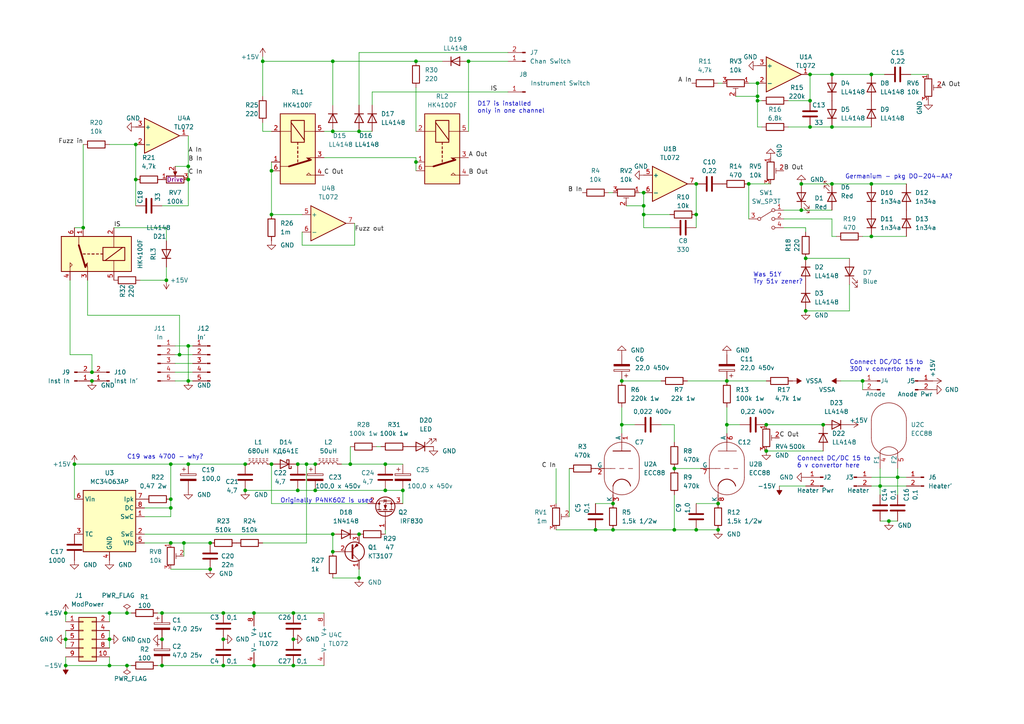
<source format=kicad_sch>
(kicad_sch (version 20211123) (generator eeschema)
  (paper "A4")
  (junction (at 19.05 193.04))
  (junction (at 91.44 142.24))
  (junction (at 86.36 142.24))
  (junction (at 120.65 46.99))
  (junction (at 26.67 107.95))
  (junction (at 49.53 134.62))
  (junction (at 52.07 102.87))
  (junction (at 54.61 52.07))
  (junction (at 111.76 142.24))
  (junction (at 31.75 177.8))
  (junction (at 241.3 36.83))
  (junction (at 195.58 135.89))
  (junction (at 54.61 110.49))
  (junction (at 78.74 134.62))
  (junction (at 73.66 193.04))
  (junction (at 36.83 193.04))
  (junction (at 210.82 110.49))
  (junction (at 186.69 59.69))
  (junction (at 180.34 110.49))
  (junction (at 49.53 157.48))
  (junction (at 255.27 140.97))
  (junction (at 54.61 134.62))
  (junction (at 86.36 134.62))
  (junction (at 234.95 36.83))
  (junction (at 36.83 177.8))
  (junction (at 31.75 185.42))
  (junction (at 250.19 110.49))
  (junction (at 49.53 144.78))
  (junction (at 76.2 17.78))
  (junction (at 21.59 134.62))
  (junction (at 26.67 110.49))
  (junction (at 252.73 53.34))
  (junction (at 96.52 160.02))
  (junction (at 234.95 29.21))
  (junction (at 201.93 153.67))
  (junction (at 219.71 29.21))
  (junction (at 252.73 21.59))
  (junction (at 135.89 17.78))
  (junction (at 64.77 177.8))
  (junction (at 49.53 147.32))
  (junction (at 234.95 21.59))
  (junction (at 104.14 154.94))
  (junction (at 78.74 49.53))
  (junction (at 219.71 24.13))
  (junction (at 54.61 100.33))
  (junction (at 64.77 185.42))
  (junction (at 104.14 38.1))
  (junction (at 252.73 68.58))
  (junction (at 233.68 74.93))
  (junction (at 85.09 185.42))
  (junction (at 201.93 62.23))
  (junction (at 53.34 157.48))
  (junction (at 71.12 142.24))
  (junction (at 71.12 134.62))
  (junction (at 31.75 193.04))
  (junction (at 64.77 193.04))
  (junction (at 73.66 177.8))
  (junction (at 24.13 66.04))
  (junction (at 60.96 165.1))
  (junction (at 85.09 193.04))
  (junction (at 201.93 53.34))
  (junction (at 210.82 123.19))
  (junction (at 222.25 123.19))
  (junction (at 217.17 53.34))
  (junction (at 46.99 193.04))
  (junction (at 120.65 17.78))
  (junction (at 39.37 52.07))
  (junction (at 195.58 153.67))
  (junction (at 232.41 60.96))
  (junction (at 241.3 53.34))
  (junction (at 85.09 177.8))
  (junction (at 186.69 55.88))
  (junction (at 241.3 21.59))
  (junction (at 222.25 130.81))
  (junction (at 39.37 41.91))
  (junction (at 232.41 53.34))
  (junction (at 111.76 134.62))
  (junction (at 54.61 48.26))
  (junction (at 180.34 123.19))
  (junction (at 233.68 90.17))
  (junction (at 208.28 146.05))
  (junction (at 101.6 134.62))
  (junction (at 88.9 134.62))
  (junction (at 78.74 62.23))
  (junction (at 48.26 81.28))
  (junction (at 219.71 27.94))
  (junction (at 60.96 157.48))
  (junction (at 91.44 134.62))
  (junction (at 19.05 185.42))
  (junction (at 177.8 146.05))
  (junction (at 172.72 153.67))
  (junction (at 96.52 38.1))
  (junction (at 46.99 185.42))
  (junction (at 46.99 177.8))
  (junction (at 96.52 17.78))
  (junction (at 96.52 154.94))
  (junction (at 19.05 177.8))
  (junction (at 104.14 167.64))
  (junction (at 116.84 142.24))
  (junction (at 238.76 123.19))
  (junction (at 260.35 138.43))
  (junction (at 186.69 62.23))
  (junction (at 257.81 151.13))
  (junction (at 208.28 153.67))
  (junction (at 177.8 153.67))
  (wire (pts (xy 36.83 193.04) (xy 38.1 193.04)))
  (wire (pts (xy 19.05 190.5) (xy 19.05 193.04)))
  (wire (pts (xy 25.4 91.44) (xy 52.07 91.44)))
  (wire (pts (xy 233.68 66.04) (xy 233.68 67.31)))
  (wire (pts (xy 252.73 21.59) (xy 256.54 21.59)))
  (wire (pts (xy 64.77 177.8) (xy 73.66 177.8)))
  (wire (pts (xy 45.72 177.8) (xy 46.99 177.8)))
  (wire (pts (xy 52.07 102.87) (xy 55.88 102.87)))
  (wire (pts (xy 41.91 157.48) (xy 49.53 157.48)))
  (wire (pts (xy 26.67 102.87) (xy 26.67 107.95)))
  (wire (pts (xy 54.61 110.49) (xy 55.88 110.49)))
  (wire (pts (xy 54.61 59.69) (xy 54.61 52.07)))
  (wire (pts (xy 234.95 21.59) (xy 234.95 29.21)))
  (wire (pts (xy 19.05 185.42) (xy 19.05 187.96)))
  (wire (pts (xy 208.28 24.13) (xy 209.55 24.13)))
  (wire (pts (xy 87.63 67.31) (xy 87.63 71.12)))
  (wire (pts (xy 76.2 157.48) (xy 88.9 157.48)))
  (wire (pts (xy 120.65 25.4) (xy 120.65 38.1)))
  (wire (pts (xy 227.33 66.04) (xy 233.68 66.04)))
  (wire (pts (xy 255.27 151.13) (xy 257.81 151.13)))
  (wire (pts (xy 20.32 81.28) (xy 20.32 102.87)))
  (wire (pts (xy 257.81 151.13) (xy 260.35 151.13)))
  (wire (pts (xy 93.98 45.72) (xy 120.65 45.72)))
  (wire (pts (xy 76.2 16.51) (xy 76.2 17.78)))
  (wire (pts (xy 186.69 59.69) (xy 186.69 55.88)))
  (wire (pts (xy 78.74 146.05) (xy 78.74 134.62)))
  (wire (pts (xy 78.74 46.99) (xy 78.74 49.53)))
  (wire (pts (xy 232.41 53.34) (xy 241.3 53.34)))
  (wire (pts (xy 194.31 62.23) (xy 186.69 62.23)))
  (wire (pts (xy 36.83 177.8) (xy 38.1 177.8)))
  (wire (pts (xy 217.17 53.34) (xy 217.17 63.5)))
  (wire (pts (xy 260.35 138.43) (xy 262.89 138.43)))
  (wire (pts (xy 48.26 69.85) (xy 48.26 66.04)))
  (wire (pts (xy 161.29 146.05) (xy 161.29 135.89)))
  (wire (pts (xy 50.8 48.26) (xy 54.61 48.26)))
  (wire (pts (xy 213.36 27.94) (xy 219.71 27.94)))
  (wire (pts (xy 195.58 128.27) (xy 195.58 123.19)))
  (wire (pts (xy 241.3 21.59) (xy 252.73 21.59)))
  (wire (pts (xy 111.76 134.62) (xy 116.84 134.62)))
  (wire (pts (xy 227.33 63.5) (xy 241.3 63.5)))
  (wire (pts (xy 76.2 38.1) (xy 76.2 35.56)))
  (wire (pts (xy 255.27 140.97) (xy 262.89 140.97)))
  (wire (pts (xy 41.91 147.32) (xy 49.53 147.32)))
  (wire (pts (xy 85.09 193.04) (xy 93.98 193.04)))
  (wire (pts (xy 41.91 149.86) (xy 49.53 149.86)))
  (wire (pts (xy 54.61 134.62) (xy 71.12 134.62)))
  (wire (pts (xy 260.35 135.89) (xy 260.35 138.43)))
  (wire (pts (xy 104.14 30.48) (xy 104.14 15.24)))
  (wire (pts (xy 227.33 60.96) (xy 232.41 60.96)))
  (wire (pts (xy 201.93 62.23) (xy 201.93 66.04)))
  (wire (pts (xy 78.74 49.53) (xy 78.74 62.23)))
  (wire (pts (xy 39.37 41.91) (xy 39.37 52.07)))
  (wire (pts (xy 104.14 38.1) (xy 107.95 38.1)))
  (wire (pts (xy 50.8 100.33) (xy 54.61 100.33)))
  (wire (pts (xy 106.68 146.05) (xy 78.74 146.05)))
  (wire (pts (xy 19.05 182.88) (xy 19.05 185.42)))
  (wire (pts (xy 219.71 27.94) (xy 219.71 24.13)))
  (wire (pts (xy 176.53 55.88) (xy 177.8 55.88)))
  (wire (pts (xy 48.26 66.04) (xy 33.02 66.04)))
  (wire (pts (xy 19.05 177.8) (xy 31.75 177.8)))
  (wire (pts (xy 64.77 193.04) (xy 73.66 193.04)))
  (wire (pts (xy 24.13 41.91) (xy 24.13 66.04)))
  (wire (pts (xy 54.61 48.26) (xy 54.61 52.07)))
  (wire (pts (xy 20.32 102.87) (xy 26.67 102.87)))
  (wire (pts (xy 19.05 180.34) (xy 19.05 177.8)))
  (wire (pts (xy 147.32 17.78) (xy 135.89 17.78)))
  (wire (pts (xy 194.31 66.04) (xy 186.69 66.04)))
  (wire (pts (xy 201.93 146.05) (xy 208.28 146.05)))
  (wire (pts (xy 219.71 36.83) (xy 219.71 29.21)))
  (wire (pts (xy 54.61 100.33) (xy 54.61 110.49)))
  (wire (pts (xy 78.74 62.23) (xy 87.63 62.23)))
  (wire (pts (xy 232.41 60.96) (xy 241.3 60.96)))
  (wire (pts (xy 252.73 53.34) (xy 262.89 53.34)))
  (wire (pts (xy 49.53 134.62) (xy 54.61 134.62)))
  (wire (pts (xy 31.75 177.8) (xy 36.83 177.8)))
  (wire (pts (xy 172.72 146.05) (xy 177.8 146.05)))
  (wire (pts (xy 87.63 71.12) (xy 102.87 71.12)))
  (wire (pts (xy 76.2 17.78) (xy 76.2 27.94)))
  (wire (pts (xy 54.61 39.37) (xy 54.61 48.26)))
  (wire (pts (xy 210.82 110.49) (xy 222.25 110.49)))
  (wire (pts (xy 223.52 53.34) (xy 217.17 53.34)))
  (wire (pts (xy 220.98 29.21) (xy 219.71 29.21)))
  (wire (pts (xy 264.16 21.59) (xy 269.24 21.59)))
  (wire (pts (xy 53.34 157.48) (xy 53.34 161.29)))
  (wire (pts (xy 250.19 110.49) (xy 250.19 113.03)))
  (wire (pts (xy 195.58 143.51) (xy 195.58 153.67)))
  (wire (pts (xy 96.52 154.94) (xy 96.52 160.02)))
  (wire (pts (xy 109.22 129.54) (xy 110.49 129.54)))
  (wire (pts (xy 96.52 17.78) (xy 120.65 17.78)))
  (wire (pts (xy 39.37 52.07) (xy 39.37 59.69)))
  (wire (pts (xy 52.07 91.44) (xy 52.07 102.87)))
  (wire (pts (xy 252.73 138.43) (xy 260.35 138.43)))
  (wire (pts (xy 49.53 165.1) (xy 60.96 165.1)))
  (wire (pts (xy 241.3 68.58) (xy 242.57 68.58)))
  (wire (pts (xy 260.35 138.43) (xy 260.35 143.51)))
  (wire (pts (xy 165.1 135.89) (xy 165.1 149.86)))
  (wire (pts (xy 111.76 142.24) (xy 116.84 142.24)))
  (wire (pts (xy 246.38 90.17) (xy 233.68 90.17)))
  (wire (pts (xy 31.75 182.88) (xy 31.75 185.42)))
  (wire (pts (xy 246.38 82.55) (xy 246.38 90.17)))
  (wire (pts (xy 172.72 153.67) (xy 177.8 153.67)))
  (wire (pts (xy 25.4 81.28) (xy 25.4 91.44)))
  (wire (pts (xy 96.52 17.78) (xy 96.52 30.48)))
  (wire (pts (xy 233.68 74.93) (xy 246.38 74.93)))
  (wire (pts (xy 86.36 134.62) (xy 88.9 134.62)))
  (wire (pts (xy 21.59 66.04) (xy 24.13 66.04)))
  (wire (pts (xy 49.53 149.86) (xy 49.53 147.32)))
  (wire (pts (xy 180.34 123.19) (xy 180.34 125.73)))
  (wire (pts (xy 210.82 123.19) (xy 210.82 125.73)))
  (wire (pts (xy 55.88 100.33) (xy 54.61 100.33)))
  (wire (pts (xy 111.76 153.67) (xy 111.76 154.94)))
  (wire (pts (xy 107.95 30.48) (xy 107.95 26.67)))
  (wire (pts (xy 255.27 135.89) (xy 255.27 140.97)))
  (wire (pts (xy 46.99 177.8) (xy 64.77 177.8)))
  (wire (pts (xy 93.98 38.1) (xy 96.52 38.1)))
  (wire (pts (xy 40.64 81.28) (xy 48.26 81.28)))
  (wire (pts (xy 252.73 140.97) (xy 255.27 140.97)))
  (wire (pts (xy 104.14 167.64) (xy 104.14 165.1)))
  (wire (pts (xy 31.75 193.04) (xy 31.75 190.5)))
  (wire (pts (xy 101.6 129.54) (xy 101.6 134.62)))
  (wire (pts (xy 49.53 147.32) (xy 49.53 144.78)))
  (wire (pts (xy 241.3 53.34) (xy 252.73 53.34)))
  (wire (pts (xy 46.99 193.04) (xy 64.77 193.04)))
  (wire (pts (xy 210.82 123.19) (xy 214.63 123.19)))
  (wire (pts (xy 201.93 153.67) (xy 208.28 153.67)))
  (wire (pts (xy 31.75 185.42) (xy 31.75 187.96)))
  (wire (pts (xy 228.6 29.21) (xy 234.95 29.21)))
  (wire (pts (xy 50.8 110.49) (xy 54.61 110.49)))
  (wire (pts (xy 50.8 105.41) (xy 55.88 105.41)))
  (wire (pts (xy 48.26 81.28) (xy 48.26 77.47)))
  (wire (pts (xy 195.58 153.67) (xy 201.93 153.67)))
  (wire (pts (xy 120.65 45.72) (xy 120.65 46.99)))
  (wire (pts (xy 41.91 154.94) (xy 96.52 154.94)))
  (wire (pts (xy 199.39 110.49) (xy 210.82 110.49)))
  (wire (pts (xy 222.25 130.81) (xy 238.76 130.81)))
  (wire (pts (xy 96.52 167.64) (xy 104.14 167.64)))
  (wire (pts (xy 220.98 36.83) (xy 219.71 36.83)))
  (wire (pts (xy 217.17 24.13) (xy 219.71 24.13)))
  (wire (pts (xy 86.36 142.24) (xy 91.44 142.24)))
  (wire (pts (xy 49.53 134.62) (xy 49.53 144.78)))
  (wire (pts (xy 31.75 177.8) (xy 31.75 180.34)))
  (wire (pts (xy 78.74 38.1) (xy 76.2 38.1)))
  (wire (pts (xy 252.73 68.58) (xy 262.89 68.58)))
  (wire (pts (xy 210.82 118.11) (xy 210.82 123.19)))
  (wire (pts (xy 31.75 193.04) (xy 36.83 193.04)))
  (wire (pts (xy 96.52 38.1) (xy 104.14 38.1)))
  (wire (pts (xy 185.42 55.88) (xy 186.69 55.88)))
  (wire (pts (xy 250.19 68.58) (xy 252.73 68.58)))
  (wire (pts (xy 88.9 134.62) (xy 91.44 134.62)))
  (wire (pts (xy 104.14 15.24) (xy 147.32 15.24)))
  (wire (pts (xy 107.95 26.67) (xy 147.32 26.67)))
  (wire (pts (xy 195.58 123.19) (xy 191.77 123.19)))
  (wire (pts (xy 241.3 36.83) (xy 252.73 36.83)))
  (wire (pts (xy 45.72 193.04) (xy 46.99 193.04)))
  (wire (pts (xy 234.95 36.83) (xy 241.3 36.83)))
  (wire (pts (xy 120.65 46.99) (xy 120.65 49.53)))
  (wire (pts (xy 120.65 17.78) (xy 128.27 17.78)))
  (wire (pts (xy 180.34 110.49) (xy 191.77 110.49)))
  (wire (pts (xy 177.8 153.67) (xy 195.58 153.67)))
  (wire (pts (xy 180.34 123.19) (xy 184.15 123.19)))
  (wire (pts (xy 50.8 102.87) (xy 52.07 102.87)))
  (wire (pts (xy 201.93 53.34) (xy 201.93 62.23)))
  (wire (pts (xy 88.9 157.48) (xy 88.9 134.62)))
  (wire (pts (xy 101.6 134.62) (xy 111.76 134.62)))
  (wire (pts (xy 255.27 140.97) (xy 255.27 143.51)))
  (wire (pts (xy 181.61 59.69) (xy 186.69 59.69)))
  (wire (pts (xy 76.2 17.78) (xy 96.52 17.78)))
  (wire (pts (xy 186.69 66.04) (xy 186.69 62.23)))
  (wire (pts (xy 226.06 140.97) (xy 233.68 140.97)))
  (wire (pts (xy 73.66 177.8) (xy 85.09 177.8)))
  (wire (pts (xy 219.71 29.21) (xy 219.71 27.94)))
  (wire (pts (xy 46.99 59.69) (xy 54.61 59.69)))
  (wire (pts (xy 243.84 110.49) (xy 250.19 110.49)))
  (wire (pts (xy 49.53 157.48) (xy 53.34 157.48)))
  (wire (pts (xy 241.3 63.5) (xy 241.3 68.58)))
  (wire (pts (xy 102.87 71.12) (xy 102.87 64.77)))
  (wire (pts (xy 135.89 17.78) (xy 135.89 38.1)))
  (wire (pts (xy 85.09 177.8) (xy 93.98 177.8)))
  (wire (pts (xy 31.75 41.91) (xy 39.37 41.91)))
  (wire (pts (xy 53.34 157.48) (xy 60.96 157.48)))
  (wire (pts (xy 21.59 134.62) (xy 49.53 134.62)))
  (wire (pts (xy 91.44 142.24) (xy 111.76 142.24)))
  (wire (pts (xy 19.05 193.04) (xy 31.75 193.04)))
  (wire (pts (xy 222.25 123.19) (xy 238.76 123.19)))
  (wire (pts (xy 73.66 193.04) (xy 85.09 193.04)))
  (wire (pts (xy 228.6 36.83) (xy 234.95 36.83)))
  (wire (pts (xy 195.58 135.89) (xy 203.2 135.89)))
  (wire (pts (xy 50.8 107.95) (xy 55.88 107.95)))
  (wire (pts (xy 21.59 144.78) (xy 21.59 134.62)))
  (wire (pts (xy 99.06 134.62) (xy 101.6 134.62)))
  (wire (pts (xy 186.69 62.23) (xy 186.69 59.69)))
  (wire (pts (xy 234.95 21.59) (xy 241.3 21.59)))
  (wire (pts (xy 180.34 118.11) (xy 180.34 123.19)))
  (wire (pts (xy 71.12 142.24) (xy 86.36 142.24)))
  (wire (pts (xy 161.29 153.67) (xy 172.72 153.67)))
  (wire (pts (xy 116.84 142.24) (xy 116.84 146.05)))
  (text "Connect DC/DC 15 to \n6 v convertor here" (at 231.14 135.89 0) (effects (font (size 1.27 1.27)) (justify left bottom)))
  (text "Was 51Y\nTry 51v zener?" (at 218.44 82.55 0) (effects (font (size 1.27 1.27)) (justify left bottom)))
  (text "Connect DC/DC 15 to \n300 v convertor here" (at 246.38 107.95 0) (effects (font (size 1.27 1.27)) (justify left bottom)))
  (text "C19 was 4700 - why?" (at 36.83 133.35 0) (effects (font (size 1.27 1.27)) (justify left bottom)))
  (text "Germanium - pkg DO-204-AA?" (at 245.11 52.07 0) (effects (font (size 1.27 1.27)) (justify left bottom)))
  (text "D17 is installed\nonly in one channel" (at 138.43 33.02 0) (effects (font (size 1.27 1.27)) (justify left bottom)))
  (text "Originally P4NK60Z is used" (at 81.28 146.05 0) (effects (font (size 1.27 1.27)) (justify left bottom)))
  (label "A In" (at 54.61 44.45 0))
  (label "C In" (at 161.29 135.89 180))
  (label "IS" (at 142.24 26.67 0))
  (label "A In" (at 200.66 24.13 180))
  (label "B Out" (at 227.33 49.53 0))
  (label "IS" (at 33.02 66.04 0))
  (label "A Out" (at 135.89 45.72 0))
  (label "B Out" (at 135.89 50.8 0))
  (label "B In" (at 168.91 55.88 180))
  (label "Fuzz in" (at 24.13 41.91 180))
  (label "C Out" (at 226.06 127 0))
  (label "Fuzz out" (at 102.87 67.31 0))
  (label "B In" (at 54.61 46.99 0))
  (label "C In" (at 54.61 50.8 0))
  (label "C Out" (at 93.98 50.8 0))
  (label "A Out" (at 273.05 25.4 0))
  (symbol (lib_id "Device:LED") (at 232.41 57.15 90) (unit 1)
    (property "Reference" "D1" (at 236.22 57.4674 90) (effects (justify right)))
    (property "Value" "Red" (at 236.22 60.0074 90) (effects (justify right)))
    (property "Footprint" "LED_SMD:LED_1206_3216Metric_Pad1.42x1.75mm_HandSolder" (effects hide))
  )
  (symbol (lib_id "power:GND") (at 219.71 19.05 270) (unit 1)
    (property "Reference" "#PWR011" (effects hide))
    (property "Value" "GND" (at 219.71 16.51 90) (effects (justify right)))
  )
  (symbol (lib_id "Device:R_Potentiometer_Trim") (at 49.53 161.29 0) (unit 1)
    (property "Reference" "RV8" (at 46.99 160.0199 0) (effects (justify right)))
    (property "Value" "10k" (at 46.99 162.5599 0) (effects (justify right)))
    (property "Footprint" "Potentiometer_THT:Potentiometer_Runtron_RM-065_Vertical" (effects hide))
  )
  (symbol (lib_id "Diode:LL4148") (at 238.76 127 270) (unit 1)
    (property "Reference" "D22" (at 241.3 125.7299 90) (effects (justify left)))
    (property "Value" "LL4148" (at 241.3 128.2699 90) (effects (justify left)))
    (property "Footprint" "Diode_SMD:D_MiniMELF" (effects hide))
    (property "Datasheet" "http://www.vishay.com/docs/85557/ll4148.pdf" (effects hide))
  )
  (symbol (lib_id "Device:R_Potentiometer") (at 50.8 52.07 90) (unit 1)
    (property "Reference" "RV7" (at 50.8 55.88 90))
    (property "Value" "100k" (at 50.8 58.42 90))
    (property "Footprint" "Connector_PinHeader_2.54mm:PinHeader_1x03_P2.54mm_Vertical" (effects hide))
    (property "Label" "Drive" (at 50.8 52.07 90))
  )
  (symbol (lib_id "Diode:LL4148") (at 233.68 86.36 270) (unit 1)
    (property "Reference" "D3" (at 236.22 85.0899 90) (effects (justify left)))
    (property "Value" "LL4148" (at 236.22 87.6299 90) (effects (justify left)))
    (property "Footprint" "Diode_SMD:D_MiniMELF" (effects hide))
    (property "Datasheet" "http://www.vishay.com/docs/85557/ll4148.pdf" (effects hide))
  )
  (symbol (lib_id "Device:LED") (at 121.92 129.54 180) (unit 1)
    (property "Reference" "D20" (at 123.5075 121.92 0))
    (property "Value" "LED" (at 123.5075 124.46 0))
    (property "Footprint" "LED_SMD:LED_1206_3216Metric_Pad1.42x1.75mm_HandSolder" (effects hide))
  )
  (symbol (lib_id "power:VSSA") (at 229.87 110.49 270) (unit 1)
    (property "Reference" "#PWR015" (effects hide))
    (property "Value" "VSSA" (at 233.68 110.4899 90) (effects (justify left)))
  )
  (symbol (lib_id "Device:R") (at 72.39 157.48 90) (unit 1)
    (property "Reference" "R24" (at 72.39 151.13 90))
    (property "Value" "510k" (at 72.39 153.67 90))
    (property "Footprint" "Resistor_THT:R_Axial_DIN0309_L9.0mm_D3.2mm_P12.70mm_Horizontal" (effects hide))
  )
  (symbol (lib_id "Device:D") (at 262.89 57.15 270) (unit 1)
    (property "Reference" "D12" (at 265.43 55.8799 90) (effects (justify left)))
    (property "Value" "1n34a" (at 265.43 58.4199 90) (effects (justify left)))
    (property "Footprint" "Diode_THT:D_DO-34_SOD68_P2.54mm_Vertical_KathodeUp" (effects hide))
  )
  (symbol (lib_id "Device:C_Polarized") (at 91.44 138.43 0) (unit 1)
    (property "Reference" "C23" (at 95.25 138.43 0) (effects (justify left)))
    (property "Value" "100,0 x 450v" (at 91.44 140.97 0) (effects (justify left)))
    (property "Footprint" "Capacitor_THT:CP_Radial_D22.0mm_P10.00mm_SnapIn" (effects hide))
  )
  (symbol (lib_id "power:GND") (at 85.09 185.42 90) (unit 1)
    (property "Reference" "#PWR038" (effects hide))
    (property "Value" "GND" (at 92.71 185.42 90) (effects (justify left)))
  )
  (symbol (lib_id "Device:R") (at 96.52 163.83 0) (unit 1)
    (property "Reference" "R27" (at 90.17 162.56 0) (effects (justify left)))
    (property "Value" "1k" (at 90.17 165.1 0) (effects (justify left)))
    (property "Footprint" "Resistor_SMD:R_1206_3216Metric_Pad1.30x1.75mm_HandSolder" (effects hide))
  )
  (symbol (lib_id "power:GND") (at 21.59 162.56 0) (unit 1)
    (property "Reference" "#PWR025" (effects hide))
    (property "Value" "GND" (at 24.13 163.8299 0) (effects (justify left)))
  )
  (symbol (lib_id "power:-15V") (at 19.05 193.04 180) (unit 1)
    (property "Reference" "#PWR03" (effects hide))
    (property "Value" "-15V" (at 12.7 193.04 0) (effects (justify right)))
  )
  (symbol (lib_id "Device:C") (at 60.96 161.29 180) (unit 1)
    (property "Reference" "C20" (at 66.04 161.29 0))
    (property "Value" "22n" (at 66.04 163.83 0))
    (property "Footprint" "Capacitor_SMD:C_0805_2012Metric_Pad1.18x1.45mm_HandSolder" (effects hide))
  )
  (symbol (lib_id "Device:C_Polarized") (at 180.34 106.68 180) (unit 1)
    (property "Reference" "C6" (at 184.15 104.14 0) (effects (justify right)))
    (property "Value" "22,0 450v" (at 184.15 106.68 0) (effects (justify right)))
    (property "Footprint" "Capacitor_THT:CP_Radial_D13.0mm_P5.00mm" (effects hide))
  )
  (symbol (lib_id "Device:R") (at 36.83 81.28 270) (unit 1)
    (property "Reference" "R32" (at 35.56 86.36 0) (effects (justify right)))
    (property "Value" "220" (at 38.1 86.36 0) (effects (justify right)))
    (property "Footprint" "Resistor_SMD:R_1206_3216Metric_Pad1.30x1.75mm_HandSolder" (effects hide))
  )
  (symbol (lib_id "Device:R") (at 64.77 157.48 90) (unit 1)
    (property "Reference" "R23" (at 64.77 151.13 90))
    (property "Value" "510k" (at 64.77 153.67 90))
    (property "Footprint" "Resistor_THT:R_Axial_DIN0309_L9.0mm_D3.2mm_P12.70mm_Horizontal" (effects hide))
  )
  (symbol (lib_id "Device:R") (at 213.36 53.34 270) (unit 1)
    (property "Reference" "R14" (at 213.36 48.26 90))
    (property "Value" "470" (at 213.36 50.8 90))
    (property "Footprint" "Resistor_SMD:R_1206_3216Metric_Pad1.30x1.75mm_HandSolder" (effects hide))
  )
  (symbol (lib_id "power:GND") (at 26.67 110.49 0) (unit 1)
    (property "Reference" "#PWR035" (effects hide))
    (property "Value" "GND" (at 29.21 111.7599 0) (effects (justify left)))
  )
  (symbol (lib_id "Connector_Generic:Conn_02x05_Odd_Even") (at 24.13 185.42 0) (unit 1)
    (property "Reference" "J1" (at 22.86 172.72 0))
    (property "Value" "ModPower" (at 25.4 175.26 0))
    (property "Footprint" "Connector_PinHeader_2.54mm:PinHeader_2x05_P2.54mm_Vertical" (effects hide))
  )
  (symbol (lib_id "Device:LED") (at 246.38 78.74 90) (unit 1)
    (property "Reference" "D7" (at 250.19 79.0574 90) (effects (justify right)))
    (property "Value" "Blue" (at 250.19 81.5974 90) (effects (justify right)))
    (property "Footprint" "LED_THT:LED_D3.0mm" (effects hide))
  )
  (symbol (lib_id "Device:C") (at 198.12 66.04 270) (unit 1)
    (property "Reference" "C8" (at 198.12 69.85 90))
    (property "Value" "330" (at 198.12 72.39 90))
    (property "Footprint" "Capacitor_THT:C_Disc_D5.0mm_W2.5mm_P2.50mm" (effects hide))
  )
  (symbol (lib_id "Device:R") (at 168.91 135.89 270) (unit 1)
    (property "Reference" "R3" (at 168.91 129.54 90))
    (property "Value" "470k" (at 168.91 132.08 90))
    (property "Footprint" "Resistor_THT:R_Axial_DIN0309_L9.0mm_D3.2mm_P5.08mm_Vertical" (effects hide))
  )
  (symbol (lib_id "Device:R") (at 180.34 114.3 180) (unit 1)
    (property "Reference" "R6" (at 182.88 113.0299 0) (effects (justify right)))
    (property "Value" "220k 1w" (at 182.88 115.5699 0) (effects (justify right)))
    (property "Footprint" "Resistor_THT:R_Axial_DIN0309_L9.0mm_D3.2mm_P12.70mm_Horizontal" (effects hide))
  )
  (symbol (lib_id "Connector:Conn_01x02_Male") (at 31.75 110.49 180) (unit 1)
    (property "Reference" "J10" (at 33.02 107.9499 0) (effects (justify right)))
    (property "Value" "Inst In'" (at 33.02 110.4899 0) (effects (justify right)))
    (property "Footprint" "Connector_PinHeader_2.54mm:PinHeader_1x02_P2.54mm_Vertical" (effects hide))
  )
  (symbol (lib_id "Device:R") (at 78.74 66.04 180) (unit 1)
    (property "Reference" "R26" (at 81.28 64.7699 0) (effects (justify right)))
    (property "Value" "1m" (at 81.28 67.3099 0) (effects (justify right)))
    (property "Footprint" "Resistor_SMD:R_1206_3216Metric_Pad1.30x1.75mm_HandSolder" (effects hide))
  )
  (symbol (lib_id "power:GND") (at 31.75 185.42 90) (unit 1)
    (property "Reference" "#PWR04" (effects hide))
    (property "Value" "GND" (at 39.37 185.42 90) (effects (justify left)))
  )
  (symbol (lib_id "Device:R") (at 226.06 110.49 270) (unit 1)
    (property "Reference" "R17" (at 227.33 113.03 90))
    (property "Value" "4,7k 1w" (at 228.6 115.57 90))
    (property "Footprint" "Resistor_THT:R_Axial_DIN0309_L9.0mm_D3.2mm_P12.70mm_Horizontal" (effects hide))
  )
  (symbol (lib_id "Device:C") (at 172.72 149.86 180) (unit 1)
    (property "Reference" "C5" (at 167.64 147.32 90))
    (property "Value" "0,1" (at 170.18 147.32 90))
    (property "Footprint" "Capacitor_SMD:C_1206_3216Metric_Pad1.33x1.80mm_HandSolder" (effects hide))
  )
  (symbol (lib_id "power:+15V") (at 246.38 123.19 270) (unit 1)
    (property "Reference" "#PWR0101" (effects hide))
    (property "Value" "+15V" (at 246.38 121.92 90) (effects (justify left)))
  )
  (symbol (lib_id "power:+15V") (at 19.05 177.8 0) (unit 1)
    (property "Reference" "#PWR01" (effects hide))
    (property "Value" "+15V" (at 12.7 177.8 0) (effects (justify left)))
  )
  (symbol (lib_id "Device:R_Potentiometer_Trim") (at 222.25 127 0) (unit 1)
    (property "Reference" "RV4" (at 228.6 129.54 0) (effects (justify right)))
    (property "Value" "500k" (at 233.68 129.54 0) (effects (justify right)))
    (property "Footprint" "Potentiometer_THT:Potentiometer_Runtron_RM-065_Vertical" (effects hide))
  )
  (symbol (lib_id "Device:LED") (at 241.3 57.15 270) (unit 1)
    (property "Reference" "D6" (at 243.84 54.2924 90) (effects (justify left)))
    (property "Value" "Red" (at 243.84 56.8324 90) (effects (justify left)))
    (property "Footprint" "LED_SMD:LED_1206_3216Metric_Pad1.42x1.75mm_HandSolder" (effects hide))
  )
  (symbol (lib_id "Device:C") (at 21.59 158.75 180) (unit 1)
    (property "Reference" "C17" (at 16.51 160.02 0))
    (property "Value" "1000" (at 16.51 162.56 0))
    (property "Footprint" "Capacitor_SMD:C_0805_2012Metric_Pad1.18x1.45mm_HandSolder" (effects hide))
  )
  (symbol (lib_id "Device:R") (at 195.58 132.08 180) (unit 1)
    (property "Reference" "R8" (at 198.12 130.8099 0) (effects (justify right)))
    (property "Value" "470k" (at 198.12 133.3499 0) (effects (justify right)))
    (property "Footprint" "Resistor_THT:R_Axial_DIN0309_L9.0mm_D3.2mm_P12.70mm_Horizontal" (effects hide))
  )
  (symbol (lib_id "Connector:Conn_01x05_Male") (at 60.96 105.41 0) (mirror y) (unit 1)
    (property "Reference" "J12" (at 57.15 95.25 0) (effects (justify right)))
    (property "Value" "In'" (at 57.15 97.79 0) (effects (justify right)))
    (property "Footprint" "Connector_PinHeader_2.54mm:PinHeader_1x05_P2.54mm_Vertical" (effects hide))
  )
  (symbol (lib_id "Diode:LL4148") (at 241.3 25.4 90) (unit 1)
    (property "Reference" "D4" (at 243.84 24.1299 90) (effects (justify right)))
    (property "Value" "LL4148" (at 243.84 26.6699 90) (effects (justify right)))
    (property "Footprint" "Diode_SMD:D_MiniMELF" (effects hide))
    (property "Datasheet" "http://www.vishay.com/docs/85557/ll4148.pdf" (effects hide))
  )
  (symbol (lib_id "power:GND") (at 210.82 102.87 180) (unit 1)
    (property "Reference" "#PWR010" (effects hide))
    (property "Value" "GND" (at 213.36 101.5999 0) (effects (justify right)))
  )
  (symbol (lib_id "Device:Q_NMOS_GDS") (at 111.76 148.59 90) (unit 1)
    (property "Reference" "Q2" (at 116.84 148.59 90))
    (property "Value" "IRF830" (at 119.38 151.13 90))
    (property "Footprint" "Package_TO_SOT_THT:TO-220-3_Vertical" (effects hide))
  )
  (symbol (lib_id "Device:C") (at 255.27 147.32 180) (unit 1)
    (property "Reference" "C14" (at 256.54 143.51 90))
    (property "Value" "0,1" (at 259.08 143.51 90))
    (property "Footprint" "Capacitor_SMD:C_1206_3216Metric_Pad1.33x1.80mm_HandSolder" (effects hide))
  )
  (symbol (lib_id "Valve:ECC88") (at 180.34 135.89 0) (unit 1)
    (property "Reference" "U2" (at 186.69 134.6199 0) (effects (justify left)))
    (property "Value" "ECC88" (at 186.69 137.1599 0) (effects (justify left)))
    (property "Footprint" "Valve:Valve_Noval_P" (effects hide))
    (property "Datasheet" "http://www.r-type.org/pdfs/ecc88.pdf" (effects hide))
  )
  (symbol (lib_id "Device:C") (at 205.74 53.34 90) (unit 1)
    (property "Reference" "C10" (at 205.74 46.99 90))
    (property "Value" "0,22" (at 205.74 49.53 90))
    (property "Footprint" "Capacitor_SMD:C_0805_2012Metric_Pad1.18x1.45mm_HandSolder" (effects hide))
  )
  (symbol (lib_id "Device:C") (at 234.95 33.02 0) (unit 1)
    (property "Reference" "C13" (at 237.49 30.48 0))
    (property "Value" "33" (at 237.49 35.56 0))
    (property "Footprint" "Capacitor_THT:C_Disc_D5.0mm_W2.5mm_P2.50mm" (effects hide))
  )
  (symbol (lib_id "power:GND") (at 269.24 29.21 0) (unit 1)
    (property "Reference" "#PWR021" (effects hide))
    (property "Value" "GND" (at 266.7 29.21 90) (effects (justify right)))
  )
  (symbol (lib_id "Device:C") (at 260.35 21.59 90) (unit 1)
    (property "Reference" "C15" (at 260.35 15.24 90))
    (property "Value" "0,22" (at 260.35 17.78 90))
    (property "Footprint" "Capacitor_SMD:C_0805_2012Metric_Pad1.18x1.45mm_HandSolder" (effects hide))
  )
  (symbol (lib_id "Diode:LL4148") (at 242.57 123.19 180) (unit 1)
    (property "Reference" "D23" (at 242.57 116.84 0))
    (property "Value" "LL4148" (at 242.57 119.38 0))
    (property "Footprint" "Diode_SMD:D_MiniMELF" (effects hide))
    (property "Datasheet" "http://www.vishay.com/docs/85557/ll4148.pdf" (effects hide))
  )
  (symbol (lib_id "power:GND") (at 208.28 153.67 0) (unit 1)
    (property "Reference" "#PWR09" (effects hide))
    (property "Value" "GND" (at 210.82 154.9399 0) (effects (justify left)))
  )
  (symbol (lib_id "Device:R") (at 41.91 193.04 90) (unit 1)
    (property "Reference" "R2" (at 41.91 188.3242 90))
    (property "Value" "100" (at 41.91 190.8611 90))
    (property "Footprint" "Resistor_SMD:R_1206_3216Metric_Pad1.30x1.75mm_HandSolder" (effects hide))
  )
  (symbol (lib_id "Device:R") (at 45.72 144.78 90) (unit 1)
    (property "Reference" "R22" (at 45.72 138.43 90))
    (property "Value" "0,47 2w" (at 44.45 140.97 90))
    (property "Footprint" "Resistor_THT:R_Axial_DIN0309_L9.0mm_D3.2mm_P12.70mm_Horizontal" (effects hide))
  )
  (symbol (lib_id "Device:R") (at 233.68 71.12 0) (unit 1)
    (property "Reference" "R18" (at 228.6 71.12 90))
    (property "Value" "220" (at 231.14 71.12 90))
    (property "Footprint" "Resistor_SMD:R_1206_3216Metric_Pad1.30x1.75mm_HandSolder" (effects hide))
  )
  (symbol (lib_id "power:GND") (at 233.68 90.17 0) (unit 1)
    (property "Reference" "#PWR017" (effects hide))
    (property "Value" "GND" (at 236.22 91.4399 0) (effects (justify left)))
  )
  (symbol (lib_id "power:GND") (at 71.12 142.24 0) (unit 1)
    (property "Reference" "#PWR032" (effects hide))
    (property "Value" "GND" (at 73.66 143.5099 0) (effects (justify left)))
  )
  (symbol (lib_id "Device:C") (at 260.35 147.32 180) (unit 1)
    (property "Reference" "C16" (at 262.89 143.51 90))
    (property "Value" "0,1" (at 265.43 143.51 90))
    (property "Footprint" "Capacitor_SMD:C_1206_3216Metric_Pad1.33x1.80mm_HandSolder" (effects hide))
  )
  (symbol (lib_id "Connector:Conn_01x02_Male") (at 152.4 17.78 180) (unit 1)
    (property "Reference" "J7" (at 153.67 15.2399 0) (effects (justify right)))
    (property "Value" "Chan Switch" (at 153.67 17.7799 0) (effects (justify right)))
    (property "Footprint" "Connector_PinHeader_2.54mm:PinHeader_1x02_P2.54mm_Vertical" (effects hide))
  )
  (symbol (lib_id "power:VSSA") (at 243.84 110.49 90) (unit 1)
    (property "Reference" "#PWR019" (effects hide))
    (property "Value" "VSSA" (at 237.49 113.03 90) (effects (justify right)))
  )
  (symbol (lib_id "Amplifier_Operational:TL072") (at 96.52 185.42 0) (unit 3)
    (property "Reference" "U4" (at 95.25 184.1499 0) (effects (justify left)))
    (property "Value" "TL072" (at 95.25 186.6899 0) (effects (justify left)))
    (property "Footprint" "Capacitor_THT:CP_Radial_D22.0mm_P10.00mm_SnapIn" (effects hide))
    (property "Datasheet" "http://www.ti.com/lit/ds/symlink/tl071.pdf" (effects hide))
  )
  (symbol (lib_id "Diode:LL4148") (at 107.95 34.29 270) (unit 1)
    (property "Reference" "D17" (at 110.49 33.0199 90) (effects (justify left)))
    (property "Value" "LL4148" (at 110.49 35.5599 90) (effects (justify left)))
    (property "Footprint" "Diode_SMD:D_MiniMELF" (effects hide))
    (property "Datasheet" "http://www.vishay.com/docs/85557/ll4148.pdf" (effects hide))
  )
  (symbol (lib_id "Device:C_Polarized") (at 116.84 138.43 0) (unit 1)
    (property "Reference" "C25" (at 120.65 136.2709 0) (effects (justify left)))
    (property "Value" "100,0 x 450v" (at 118.11 140.97 0) (effects (justify left)))
    (property "Footprint" "Capacitor_THT:CP_Radial_D22.0mm_P10.00mm_SnapIn" (effects hide))
  )
  (symbol (lib_id "Device:C") (at 85.09 181.61 180) (unit 1)
    (property "Reference" "C26" (at 82.55 179.07 0))
    (property "Value" "0,1" (at 87.63 179.07 0))
    (property "Footprint" "Capacitor_SMD:C_1206_3216Metric_Pad1.33x1.80mm_HandSolder" (effects hide))
  )
  (symbol (lib_id "Device:C_Polarized") (at 54.61 138.43 0) (unit 1)
    (property "Reference" "C19" (at 58.42 136.2709 0) (effects (justify left)))
    (property "Value" "100,0" (at 58.42 138.8109 0) (effects (justify left)))
    (property "Footprint" "Capacitor_THT:CP_Radial_D10.0mm_P2.50mm_P5.00mm" (effects hide))
  )
  (symbol (lib_id "Device:R") (at 224.79 36.83 270) (unit 1)
    (property "Reference" "R16" (at 224.79 31.75 90))
    (property "Value" "6,8k" (at 224.79 34.29 90))
    (property "Footprint" "Resistor_SMD:R_1206_3216Metric_Pad1.30x1.75mm_HandSolder" (effects hide))
  )
  (symbol (lib_id "power:GND") (at 180.34 102.87 180) (unit 1)
    (property "Reference" "#PWR07" (effects hide))
    (property "Value" "GND" (at 182.88 101.5999 0) (effects (justify right)))
  )
  (symbol (lib_id "power:GND") (at 222.25 130.81 0) (unit 1)
    (property "Reference" "#PWR012" (effects hide))
    (property "Value" "GND" (at 224.79 132.0799 0) (effects (justify left)))
  )
  (symbol (lib_id "power:GND") (at 233.68 138.43 270) (unit 1)
    (property "Reference" "#PWR018" (effects hide))
    (property "Value" "GND" (at 226.06 138.43 90) (effects (justify left)))
  )
  (symbol (lib_id "Device:C") (at 187.96 123.19 270) (unit 1)
    (property "Reference" "C7" (at 185.42 128.27 90))
    (property "Value" "0,022 400v" (at 189.23 119.38 90))
    (property "Footprint" "Capacitor_THT:C_Rect_L7.0mm_W3.5mm_P5.00mm" (effects hide))
  )
  (symbol (lib_id "power:+15V") (at 76.2 16.51 0) (unit 1)
    (property "Reference" "#PWR030" (effects hide))
    (property "Value" "+15V" (at 69.85 16.51 0) (effects (justify left)))
  )
  (symbol (lib_id "Device:R") (at 172.72 55.88 270) (unit 1)
    (property "Reference" "R4" (at 172.72 49.53 90))
    (property "Value" "10k" (at 172.72 52.07 90))
    (property "Footprint" "Resistor_SMD:R_1206_3216Metric_Pad1.30x1.75mm_HandSolder" (effects hide))
  )
  (symbol (lib_id "Device:R") (at 210.82 114.3 180) (unit 1)
    (property "Reference" "R13" (at 213.36 113.0299 0) (effects (justify right)))
    (property "Value" "100k 1w" (at 213.36 115.5699 0) (effects (justify right)))
    (property "Footprint" "Resistor_THT:R_Axial_DIN0309_L9.0mm_D3.2mm_P12.70mm_Horizontal" (effects hide))
  )
  (symbol (lib_id "Device:R") (at 76.2 31.75 180) (unit 1)
    (property "Reference" "R25" (at 71.12 30.48 0) (effects (justify right)))
    (property "Value" "220" (at 71.12 33.02 0) (effects (justify right)))
    (property "Footprint" "Resistor_SMD:R_1206_3216Metric_Pad1.30x1.75mm_HandSolder" (effects hide))
  )
  (symbol (lib_id "Amplifier_Operational:TL072") (at 194.31 53.34 0) (unit 2)
    (property "Reference" "U1" (at 194.31 43.18 0))
    (property "Value" "TL072" (at 194.31 45.72 0))
    (property "Footprint" "Package_DIP:DIP-8_W7.62mm_LongPads" (effects hide))
    (property "Datasheet" "http://www.ti.com/lit/ds/symlink/tl071.pdf" (effects hide))
  )
  (symbol (lib_id "power:GND") (at 54.61 142.24 0) (unit 1)
    (property "Reference" "#PWR028" (effects hide))
    (property "Value" "GND" (at 57.15 143.5099 0) (effects (justify left)))
  )
  (symbol (lib_id "ussr_ic:HK4100F") (at 33.02 68.58 180) (unit 1)
    (property "Reference" "RL3" (at 44.45 73.66 90))
    (property "Value" "HK4100F" (at 40.64 73.66 90))
    (property "Footprint" "dz_lib:HK4100F" (effects hide))
  )
  (symbol (lib_id "power:GND") (at 31.75 162.56 0) (unit 1)
    (property "Reference" "#PWR027" (effects hide))
    (property "Value" "GND" (at 34.29 163.8299 0) (effects (justify left)))
  )
  (symbol (lib_id "Device:R") (at 43.18 52.07 270) (unit 1)
    (property "Reference" "R21" (at 43.18 45.72 90))
    (property "Value" "4,7k" (at 43.18 48.26 90))
    (property "Footprint" "Resistor_SMD:R_1206_3216Metric_Pad1.30x1.75mm_HandSolder" (effects hide))
  )
  (symbol (lib_id "power:+15V") (at 270.51 110.49 270) (unit 1)
    (property "Reference" "#PWR022" (effects hide))
    (property "Value" "+15V" (at 270.51 104.14 0) (effects (justify left)))
  )
  (symbol (lib_id "Device:R") (at 246.38 68.58 270) (unit 1)
    (property "Reference" "R19" (at 246.38 63.5 90))
    (property "Value" "470" (at 246.38 66.04 90))
    (property "Footprint" "Resistor_SMD:R_1206_3216Metric_Pad1.30x1.75mm_HandSolder" (effects hide))
  )
  (symbol (lib_id "Diode:LL4148") (at 96.52 34.29 270) (unit 1)
    (property "Reference" "D15" (at 96.52 39.37 90) (effects (justify left)))
    (property "Value" "LL4148" (at 95.25 41.91 90) (effects (justify left)))
    (property "Footprint" "Diode_SMD:D_MiniMELF" (effects hide))
    (property "Datasheet" "http://www.vishay.com/docs/85557/ll4148.pdf" (effects hide))
  )
  (symbol (lib_id "Device:D") (at 252.73 64.77 90) (unit 1)
    (property "Reference" "D11" (at 255.27 63.4999 90) (effects (justify right)))
    (property "Value" "1n34a" (at 255.27 66.0399 90) (effects (justify right)))
    (property "Footprint" "Diode_THT:D_DO-34_SOD68_P2.54mm_Vertical_KathodeUp" (effects hide))
  )
  (symbol (lib_id "Connector:Conn_01x05_Male") (at 45.72 105.41 0) (unit 1)
    (property "Reference" "J11" (at 46.355 95.25 0))
    (property "Value" "In" (at 46.355 97.79 0))
    (property "Footprint" "Connector_PinHeader_2.54mm:PinHeader_1x05_P2.54mm_Vertical" (effects hide))
  )
  (symbol (lib_id "Device:C_Polarized") (at 210.82 106.68 180) (unit 1)
    (property "Reference" "C11" (at 214.63 104.14 0) (effects (justify right)))
    (property "Value" "22,0 450v" (at 214.63 106.68 0) (effects (justify right)))
    (property "Footprint" "Capacitor_THT:CP_Radial_D13.0mm_P5.00mm" (effects hide))
  )
  (symbol (lib_id "Device:R") (at 177.8 149.86 180) (unit 1)
    (property "Reference" "R5" (at 180.34 148.5899 0) (effects (justify right)))
    (property "Value" "1,5k 1/2w" (at 180.34 151.1299 0) (effects (justify right)))
    (property "Footprint" "Resistor_THT:R_Axial_DIN0309_L9.0mm_D3.2mm_P5.08mm_Vertical" (effects hide))
  )
  (symbol (lib_id "Device:C") (at 111.76 138.43 180) (unit 1)
    (property "Reference" "C24" (at 106.68 137.16 0))
    (property "Value" "4,7" (at 106.68 139.7 0))
    (property "Footprint" "Capacitor_SMD:C_0805_2012Metric_Pad1.18x1.45mm_HandSolder" (effects hide))
  )
  (symbol (lib_id "power:GND") (at 104.14 167.64 0) (unit 1)
    (property "Reference" "#PWR033" (effects hide))
    (property "Value" "GND" (at 106.68 168.9099 0) (effects (justify left)))
  )
  (symbol (lib_id "Device:C") (at 86.36 138.43 180) (unit 1)
    (property "Reference" "C22" (at 81.28 137.16 0))
    (property "Value" "4,7" (at 81.28 139.7 0))
    (property "Footprint" "Capacitor_SMD:C_0805_2012Metric_Pad1.18x1.45mm_HandSolder" (effects hide))
  )
  (symbol (lib_id "Device:R") (at 204.47 24.13 270) (unit 1)
    (property "Reference" "R11" (at 204.47 17.78 90))
    (property "Value" "4,7k" (at 204.47 20.32 90))
    (property "Footprint" "Resistor_SMD:R_1206_3216Metric_Pad1.30x1.75mm_HandSolder" (effects hide))
  )
  (symbol (lib_id "Regulator_Switching:MC34063AP") (at 31.75 149.86 0) (unit 1)
    (property "Reference" "U3" (at 31.75 137.16 0))
    (property "Value" "MC34063AP" (at 31.75 139.7 0))
    (property "Footprint" "Package_DIP:DIP-8_W7.62mm" (effects hide))
    (property "Datasheet" "http://www.onsemi.com/pub_link/Collateral/MC34063A-D.PDF" (effects hide))
  )
  (symbol (lib_id "Connector:Conn_01x02_Male") (at 21.59 110.49 0) (mirror x) (unit 1)
    (property "Reference" "J9" (at 20.32 107.9499 0) (effects (justify right)))
    (property "Value" "Inst In" (at 20.32 110.4899 0) (effects (justify right)))
    (property "Footprint" "Connector_PinHeader_2.54mm:PinHeader_1x02_P2.54mm_Vertical" (effects hide))
  )
  (symbol (lib_id "Amplifier_Operational:TL072") (at 76.2 185.42 0) (unit 3)
    (property "Reference" "U1" (at 74.93 184.1499 0) (effects (justify left)))
    (property "Value" "TL072" (at 74.93 186.6899 0) (effects (justify left)))
    (property "Footprint" "Package_DIP:DIP-8_W7.62mm_LongPads" (effects hide))
    (property "Datasheet" "http://www.ti.com/lit/ds/symlink/tl071.pdf" (effects hide))
  )
  (symbol (lib_id "Device:R") (at 105.41 129.54 90) (unit 1)
    (property "Reference" "R28" (at 105.41 123.19 90))
    (property "Value" "100k 1w" (at 105.41 125.73 90))
    (property "Footprint" "Resistor_THT:R_Axial_DIN0309_L9.0mm_D3.2mm_P12.70mm_Horizontal" (effects hide))
  )
  (symbol (lib_id "Device:R") (at 208.28 149.86 180) (unit 1)
    (property "Reference" "R12" (at 210.82 148.5899 0) (effects (justify right)))
    (property "Value" "1,5k 1/2w" (at 210.82 151.1299 0) (effects (justify right)))
    (property "Footprint" "Resistor_THT:R_Axial_DIN0309_L9.0mm_D3.2mm_P5.08mm_Vertical" (effects hide))
  )
  (symbol (lib_id "Device:C") (at 201.93 149.86 180) (unit 1)
    (property "Reference" "C9" (at 196.85 147.32 90))
    (property "Value" "1,0" (at 199.39 147.32 90))
    (property "Footprint" "Capacitor_SMD:C_0805_2012Metric_Pad1.18x1.45mm_HandSolder" (effects hide))
  )
  (symbol (lib_id "Diode:LL4148") (at 132.08 17.78 0) (unit 1)
    (property "Reference" "D19" (at 132.08 11.43 0))
    (property "Value" "LL4148" (at 132.08 13.97 0))
    (property "Footprint" "Diode_SMD:D_MiniMELF" (effects hide))
    (property "Datasheet" "http://www.vishay.com/docs/85557/ll4148.pdf" (effects hide))
  )
  (symbol (lib_id "Diode:1N4148") (at 100.33 154.94 180) (unit 1)
    (property "Reference" "D18" (at 100.33 148.59 0))
    (property "Value" "1N4148" (at 100.33 151.13 0))
    (property "Footprint" "Diode_THT:D_DO-35_SOD27_P7.62mm_Horizontal" (effects hide))
    (property "Datasheet" "https://assets.nexperia.com/documents/data-sheet/1N4148_1N4448.pdf" (effects hide))
  )
  (symbol (lib_id "Device:R") (at 27.94 41.91 270) (unit 1)
    (property "Reference" "R20" (at 27.94 35.56 90))
    (property "Value" "10k" (at 27.94 38.1 90))
    (property "Footprint" "Resistor_SMD:R_1206_3216Metric_Pad1.30x1.75mm_HandSolder" (effects hide))
  )
  (symbol (lib_id "Device:R_Potentiometer_Trim") (at 213.36 24.13 270) (unit 1)
    (property "Reference" "RV3" (at 213.36 17.78 90))
    (property "Value" "10k" (at 213.36 20.32 90))
    (property "Footprint" "Potentiometer_THT:Potentiometer_Runtron_RM-065_Vertical" (effects hide))
  )
  (symbol (lib_id "power:GND") (at 223.52 45.72 180) (unit 1)
    (property "Reference" "#PWR013" (effects hide))
    (property "Value" "GND" (at 226.06 45.72 90) (effects (justify right)))
  )
  (symbol (lib_id "Device:R") (at 120.65 21.59 0) (unit 1)
    (property "Reference" "R30" (at 123.19 20.3199 0) (effects (justify left)))
    (property "Value" "220" (at 123.19 22.8599 0) (effects (justify left)))
    (property "Footprint" "Resistor_SMD:R_1206_3216Metric_Pad1.30x1.75mm_HandSolder" (effects hide))
  )
  (symbol (lib_id "Diode:LL4148") (at 48.26 73.66 90) (unit 1)
    (property "Reference" "D21" (at 48.26 68.58 90) (effects (justify left)))
    (property "Value" "LL4148" (at 49.53 66.04 90) (effects (justify left)))
    (property "Footprint" "Diode_SMD:D_MiniMELF" (effects hide))
    (property "Datasheet" "http://www.vishay.com/docs/85557/ll4148.pdf" (effects hide))
  )
  (symbol (lib_id "Device:C") (at 71.12 138.43 180) (unit 1)
    (property "Reference" "C21" (at 67.31 139.7 0))
    (property "Value" "4,7" (at 67.31 142.24 0))
    (property "Footprint" "Capacitor_SMD:C_0805_2012Metric_Pad1.18x1.45mm_HandSolder" (effects hide))
  )
  (symbol (lib_id "Diode:LL4148") (at 252.73 25.4 270) (unit 1)
    (property "Reference" "D8" (at 255.27 24.1299 90) (effects (justify left)))
    (property "Value" "LL4148" (at 255.27 26.6699 90) (effects (justify left)))
    (property "Footprint" "Diode_SMD:D_MiniMELF" (effects hide))
    (property "Datasheet" "http://www.vishay.com/docs/85557/ll4148.pdf" (effects hide))
  )
  (symbol (lib_id "Device:R") (at 41.91 177.8 90) (unit 1)
    (property "Reference" "R1" (at 41.91 173.0842 90))
    (property "Value" "100" (at 41.91 175.6211 90))
    (property "Footprint" "Resistor_SMD:R_1206_3216Metric_Pad1.30x1.75mm_HandSolder" (effects hide))
  )
  (symbol (lib_id "Device:L_Ferrite") (at 95.25 134.62 90) (unit 1)
    (property "Reference" "L2" (at 95.25 128.27 90))
    (property "Value" "50uH" (at 95.25 130.81 90))
    (property "Footprint" "Inductor_THT:L_Radial_D10.0mm_P5.00mm_Fastron_07M" (effects hide))
  )
  (symbol (lib_id "power:GND") (at 78.74 69.85 0) (unit 1)
    (property "Reference" "#PWR031" (effects hide))
    (property "Value" "GND" (at 81.28 71.1199 0) (effects (justify left)))
  )
  (symbol (lib_id "Diode:LL4148") (at 252.73 33.02 270) (unit 1)
    (property "Reference" "D9" (at 255.27 31.7499 90) (effects (justify left)))
    (property "Value" "LL4148" (at 255.27 34.2899 90) (effects (justify left)))
    (property "Footprint" "Diode_SMD:D_MiniMELF" (effects hide))
    (property "Datasheet" "http://www.vishay.com/docs/85557/ll4148.pdf" (effects hide))
  )
  (symbol (lib_id "Amplifier_Operational:TL072") (at 46.99 39.37 0) (unit 1)
    (property "Reference" "U4" (at 53.34 34.29 0))
    (property "Value" "TL072" (at 53.34 36.83 0))
    (property "Footprint" "Capacitor_THT:CP_Radial_D22.0mm_P10.00mm_SnapIn" (effects hide))
    (property "Datasheet" "http://www.ti.com/lit/ds/symlink/tl071.pdf" (effects hide))
  )
  (symbol (lib_id "Valve:ECC88") (at 210.82 135.89 0) (unit 2)
    (property "Reference" "U2" (at 217.17 134.6199 0) (effects (justify left)))
    (property "Value" "ECC88" (at 217.17 137.1599 0) (effects (justify left)))
    (property "Footprint" "Valve:Valve_Noval_P" (effects hide))
    (property "Datasheet" "http://www.r-type.org/pdfs/ecc88.pdf" (effects hide))
  )
  (symbol (lib_id "Device:R_Potentiometer_Trim") (at 161.29 149.86 0) (unit 1)
    (property "Reference" "RV1" (at 158.75 148.5899 0) (effects (justify right)))
    (property "Value" "1m" (at 158.75 151.1299 0) (effects (justify right)))
    (property "Footprint" "Potentiometer_THT:Potentiometer_Runtron_RM-065_Vertical" (effects hide))
  )
  (symbol (lib_id "Device:Q_PNP_CBE") (at 101.6 160.02 0) (mirror x) (unit 1)
    (property "Reference" "Q1" (at 106.68 158.7499 0) (effects (justify left)))
    (property "Value" "KT3107" (at 106.68 161.2899 0) (effects (justify left)))
    (property "Footprint" "Package_TO_SOT_THT:TO-92" (effects hide))
  )
  (symbol (lib_id "Connector:Conn_01x02_Male") (at 267.97 138.43 0) (mirror y) (unit 1)
    (property "Reference" "J6" (at 269.24 138.4299 0) (effects (justify right)))
    (property "Value" "Heater'" (at 269.24 140.9699 0) (effects (justify right)))
    (property "Footprint" "Connector_PinHeader_2.54mm:PinHeader_1x02_P2.54mm_Vertical" (effects hide))
  )
  (symbol (lib_id "Diode:LL4148") (at 104.14 34.29 270) (unit 1)
    (property "Reference" "D16" (at 104.14 39.37 90) (effects (justify left)))
    (property "Value" "LL4148" (at 102.87 41.91 90) (effects (justify left)))
    (property "Footprint" "Diode_SMD:D_MiniMELF" (effects hide))
    (property "Datasheet" "http://www.vishay.com/docs/85557/ll4148.pdf" (effects hide))
  )
  (symbol (lib_id "Device:C") (at 85.09 189.23 180) (unit 1)
    (property "Reference" "C27" (at 82.55 191.77 0))
    (property "Value" "0,1" (at 87.63 191.77 0))
    (property "Footprint" "Capacitor_SMD:C_1206_3216Metric_Pad1.33x1.80mm_HandSolder" (effects hide))
  )
  (symbol (lib_id "power:GND") (at 64.77 185.42 90) (unit 1)
    (property "Reference" "#PWR06" (effects hide))
    (property "Value" "GND" (at 72.39 185.42 90) (effects (justify left)))
  )
  (symbol (lib_id "Device:R_Potentiometer_Trim") (at 269.24 25.4 0) (unit 1)
    (property "Reference" "RV6" (at 266.7 24.1299 0) (effects (justify right)))
    (property "Value" "10k" (at 266.7 26.6699 0) (effects (justify right)))
    (property "Footprint" "Potentiometer_THT:Potentiometer_Runtron_RM-065_Vertical" (effects hide))
  )
  (symbol (lib_id "Device:R_Potentiometer_Trim") (at 223.52 49.53 0) (unit 1)
    (property "Reference" "RV5" (at 220.98 48.2599 0) (effects (justify right)))
    (property "Value" "10k" (at 220.98 50.7999 0) (effects (justify right)))
    (property "Footprint" "Potentiometer_THT:Potentiometer_Runtron_RM-065_Vertical" (effects hide))
  )
  (symbol (lib_id "Connector:Conn_01x02_Male") (at 238.76 138.43 0) (mirror y) (unit 1)
    (property "Reference" "J2" (at 238.76 138.43 0) (effects (justify right)))
    (property "Value" "Heater Pwr" (at 231.14 142.24 0) (effects (justify right)))
    (property "Footprint" "Connector_PinHeader_2.54mm:PinHeader_1x02_P2.54mm_Vertical" (effects hide))
  )
  (symbol (lib_id "power:GND") (at 46.99 185.42 270) (unit 1)
    (property "Reference" "#PWR05" (effects hide))
    (property "Value" "GND" (at 43.8151 185.8538 90) (effects (justify right)))
  )
  (symbol (lib_id "Device:C") (at 64.77 189.23 180) (unit 1)
    (property "Reference" "C4" (at 62.23 191.77 0))
    (property "Value" "0,1" (at 67.31 191.77 0))
    (property "Footprint" "Capacitor_SMD:C_1206_3216Metric_Pad1.33x1.80mm_HandSolder" (effects hide))
  )
  (symbol (lib_id "Diode:LL4148") (at 241.3 33.02 90) (unit 1)
    (property "Reference" "D5" (at 243.84 31.7499 90) (effects (justify right)))
    (property "Value" "LL4148" (at 243.84 34.2899 90) (effects (justify right)))
    (property "Footprint" "Diode_SMD:D_MiniMELF" (effects hide))
    (property "Datasheet" "http://www.vishay.com/docs/85557/ll4148.pdf" (effects hide))
  )
  (symbol (lib_id "Device:D_Schottky") (at 82.55 134.62 180) (unit 1)
    (property "Reference" "D14" (at 82.8675 128.27 0))
    (property "Value" "КД641Е" (at 82.8675 130.81 0))
    (property "Footprint" "Package_TO_SOT_THT:TO-220-2_Vertical" (effects hide))
  )
  (symbol (lib_id "power:+15V") (at 48.26 81.28 180) (unit 1)
    (property "Reference" "#PWR036" (effects hide))
    (property "Value" "+15V" (at 54.61 81.28 0) (effects (justify left)))
  )
  (symbol (lib_id "power:GND") (at 232.41 53.34 180) (unit 1)
    (property "Reference" "#PWR016" (effects hide))
    (property "Value" "GND" (at 234.95 52.0699 0) (effects (justify right)))
  )
  (symbol (lib_id "power:PWR_FLAG") (at 36.83 193.04 180) (unit 1)
    (property "Reference" "#FLG02" (effects hide))
    (property "Value" "PWR_FLAG" (at 33.02 196.85 0) (effects (justify right)))
  )
  (symbol (lib_id "ussr_ic:HK4100F") (at 81.28 38.1 270) (unit 1)
    (property "Reference" "RL1" (at 86.36 26.67 90))
    (property "Value" "HK4100F" (at 86.36 30.48 90))
    (property "Footprint" "dz_lib:HK4100F" (effects hide))
  )
  (symbol (lib_id "Device:C_Polarized") (at 46.99 189.23 0) (unit 1)
    (property "Reference" "C2" (at 49.911 187.5063 0) (effects (justify left)))
    (property "Value" "47,0 25v" (at 49.911 190.0432 0) (effects (justify left)))
    (property "Footprint" "Capacitor_THT:CP_Radial_D5.0mm_P2.50mm" (effects hide))
  )
  (symbol (lib_id "power:GND") (at 60.96 165.1 0) (unit 1)
    (property "Reference" "#PWR029" (effects hide))
    (property "Value" "GND" (at 63.5 166.3699 0) (effects (justify left)))
  )
  (symbol (lib_id "power:GND") (at 19.05 185.42 270) (unit 1)
    (property "Reference" "#PWR02" (effects hide))
    (property "Value" "GND" (at 11.43 185.42 90) (effects (justify left)))
  )
  (symbol (lib_id "Device:D") (at 262.89 64.77 270) (unit 1)
    (property "Reference" "D13" (at 265.43 63.4999 90) (effects (justify left)))
    (property "Value" "1n34a" (at 265.43 66.0399 90) (effects (justify left)))
    (property "Footprint" "Diode_THT:D_DO-34_SOD68_P2.54mm_Vertical_KathodeUp" (effects hide))
  )
  (symbol (lib_id "power:+15V") (at 21.59 134.62 0) (unit 1)
    (property "Reference" "#PWR024" (effects hide))
    (property "Value" "+15V" (at 15.24 134.62 0) (effects (justify left)))
  )
  (symbol (lib_id "power:-15V") (at 226.06 140.97 180) (unit 1)
    (property "Reference" "#PWR014" (effects hide))
    (property "Value" "-15V" (at 219.71 140.97 0) (effects (justify right)))
  )
  (symbol (lib_id "Device:R_Potentiometer_Trim") (at 181.61 55.88 270) (unit 1)
    (property "Reference" "RV2" (at 181.61 49.53 90))
    (property "Value" "10k" (at 181.61 52.07 90))
    (property "Footprint" "Potentiometer_THT:Potentiometer_Runtron_RM-065_Vertical" (effects hide))
  )
  (symbol (lib_id "Switch:SW_SP3T") (at 222.25 63.5 0) (unit 1)
    (property "Reference" "SW1" (at 222.25 55.88 0))
    (property "Value" "SW_SP3T" (at 222.25 58.42 0))
    (property "Footprint" "Connector_PinHeader_2.54mm:PinHeader_1x04_P2.54mm_Vertical" (effects hide))
  )
  (symbol (lib_id "power:GND") (at 186.69 50.8 270) (unit 1)
    (property "Reference" "#PWR08" (effects hide))
    (property "Value" "GND" (at 187.96 48.26 90) (effects (justify right)))
  )
  (symbol (lib_id "Device:R") (at 195.58 139.7 180) (unit 1)
    (property "Reference" "R9" (at 198.12 138.4299 0) (effects (justify right)))
    (property "Value" "470k" (at 198.12 140.9699 0) (effects (justify right)))
    (property "Footprint" "Resistor_THT:R_Axial_DIN0309_L9.0mm_D3.2mm_P5.08mm_Vertical" (effects hide))
  )
  (symbol (lib_id "Device:R") (at 107.95 154.94 90) (unit 1)
    (property "Reference" "R29" (at 113.03 156.21 90))
    (property "Value" "47" (at 113.03 158.75 90))
    (property "Footprint" "Resistor_SMD:R_1206_3216Metric_Pad1.30x1.75mm_HandSolder" (effects hide))
  )
  (symbol (lib_id "power:GND") (at 54.61 110.49 0) (unit 1)
    (property "Reference" "#PWR037" (effects hide))
    (property "Value" "GND" (at 57.15 111.7599 0) (effects (justify left)))
  )
  (symbol (lib_id "Connector:Conn_01x01_Male") (at 152.4 26.67 180) (unit 1)
    (property "Reference" "J8" (at 151.765 21.59 0))
    (property "Value" "Instrument Switch" (at 162.56 24.13 0))
    (property "Footprint" "Connector_PinHeader_2.54mm:PinHeader_1x01_P2.54mm_Vertical" (effects hide))
  )
  (symbol (lib_id "Connector:Conn_01x02_Male") (at 255.27 110.49 0) (mirror y) (unit 1)
    (property "Reference" "J4" (at 256.54 110.49 0))
    (property "Value" "Anode" (at 254 114.3 0))
    (property "Footprint" "Connector_PinHeader_2.54mm:PinHeader_1x02_P2.54mm_Vertical" (effects hide))
  )
  (symbol (lib_id "Device:L_Ferrite") (at 74.93 134.62 90) (unit 1)
    (property "Reference" "L1" (at 74.93 128.27 90))
    (property "Value" "680uH" (at 74.93 130.81 90))
    (property "Footprint" "Inductor_THT:L_Radial_D10.0mm_P5.00mm_Fastron_07M" (effects hide))
  )
  (symbol (lib_id "power:GND") (at 125.73 129.54 0) (unit 1)
    (property "Reference" "#PWR034" (effects hide))
    (property "Value" "GND" (at 128.27 130.8099 0) (effects (justify left)))
  )
  (symbol (lib_id "Device:C") (at 218.44 123.19 270) (unit 1)
    (property "Reference" "C12" (at 215.9 128.27 90))
    (property "Value" "0,22 400v" (at 219.71 119.38 90))
    (property "Footprint" "Capacitor_THT:C_Rect_L7.0mm_W3.5mm_P5.00mm" (effects hide))
  )
  (symbol (lib_id "power:GND") (at 270.51 113.03 90) (unit 1)
    (property "Reference" "#PWR023" (effects hide))
    (property "Value" "GND" (at 278.13 113.03 90) (effects (justify left)))
  )
  (symbol (lib_id "Amplifier_Operational:TL072") (at 95.25 64.77 0) (unit 2)
    (property "Reference" "U4" (at 95.25 54.61 0))
    (property "Value" "TL072" (at 95.25 57.15 0))
    (property "Footprint" "Capacitor_THT:CP_Radial_D22.0mm_P10.00mm_SnapIn" (effects hide))
    (property "Datasheet" "http://www.ti.com/lit/ds/symlink/tl071.pdf" (effects hide))
  )
  (symbol (lib_id "Device:R") (at 114.3 129.54 90) (unit 1)
    (property "Reference" "R31" (at 114.3 123.19 90))
    (property "Value" "100k 1w" (at 114.3 125.73 90))
    (property "Footprint" "Resistor_THT:R_Axial_DIN0309_L9.0mm_D3.2mm_P12.70mm_Horizontal" (effects hide))
  )
  (symbol (lib_id "Device:R") (at 195.58 110.49 270) (unit 1)
    (property "Reference" "R7" (at 196.85 113.03 90))
    (property "Value" "22k 1w" (at 198.12 115.57 90))
    (property "Footprint" "Resistor_THT:R_Axial_DIN0309_L9.0mm_D3.2mm_P12.70mm_Horizontal" (effects hide))
  )
  (symbol (lib_id "Connector:Conn_01x02_Male") (at 265.43 110.49 0) (unit 1)
    (property "Reference" "J5" (at 265.43 110.49 0) (effects (justify right)))
    (property "Value" "Anode Pwr" (at 270.51 114.3 0) (effects (justify right)))
    (property "Footprint" "Connector_PinHeader_2.54mm:PinHeader_1x02_P2.54mm_Vertical" (effects hide))
  )
  (symbol (lib_id "power:PWR_FLAG") (at 36.83 177.8 0) (unit 1)
    (property "Reference" "#FLG01" (effects hide))
    (property "Value" "PWR_FLAG" (at 34.29 172.72 0))
  )
  (symbol (lib_id "power:GND") (at 39.37 36.83 270) (unit 1)
    (property "Reference" "#PWR026" (effects hide))
    (property "Value" "GND" (at 40.64 34.29 90) (effects (justify right)))
  )
  (symbol (lib_id "ussr_ic:HK4100F") (at 123.19 38.1 270) (unit 1)
    (property "Reference" "RL2" (at 128.27 27.94 90))
    (property "Value" "HK4100F" (at 128.27 30.48 90))
    (property "Footprint" "dz_lib:HK4100F" (effects hide))
  )
  (symbol (lib_id "Diode:LL4148") (at 233.68 78.74 270) (unit 1)
    (property "Reference" "D2" (at 236.22 77.4699 90) (effects (justify left)))
    (property "Value" "LL4148" (at 236.22 80.0099 90) (effects (justify left)))
    (property "Footprint" "Diode_SMD:D_MiniMELF" (effects hide))
    (property "Datasheet" "http://www.vishay.com/docs/85557/ll4148.pdf" (effects hide))
  )
  (symbol (lib_id "Device:D") (at 252.73 57.15 90) (unit 1)
    (property "Reference" "D10" (at 255.27 55.8799 90) (effects (justify right)))
    (property "Value" "1n34a" (at 255.27 58.4199 90) (effects (justify right)))
    (property "Footprint" "Diode_THT:D_DO-34_SOD68_P2.54mm_Vertical_KathodeUp" (effects hide))
  )
  (symbol (lib_id "Device:C") (at 43.18 59.69 90) (unit 1)
    (property "Reference" "C18" (at 40.64 57.15 0))
    (property "Value" "33" (at 45.72 57.15 0))
    (property "Footprint" "Capacitor_THT:C_Disc_D5.0mm_W2.5mm_P2.50mm" (effects hide))
  )
  (symbol (lib_id "Device:R") (at 224.79 29.21 270) (unit 1)
    (property "Reference" "R15" (at 231.14 25.4 90))
    (property "Value" "220k" (at 231.14 27.94 90))
    (property "Footprint" "Resistor_SMD:R_1206_3216Metric_Pad1.30x1.75mm_HandSolder" (effects hide))
  )
  (symbol (lib_id "power:GND") (at 257.81 151.13 0) (unit 1)
    (property "Reference" "#PWR020" (effects hide))
    (property "Value" "GND" (at 260.35 152.3999 0) (effects (justify left)))
  )
  (symbol (lib_id "Device:C") (at 64.77 181.61 180) (unit 1)
    (property "Reference" "C3" (at 62.23 179.07 0))
    (property "Value" "0,1" (at 67.31 179.07 0))
    (property "Footprint" "Capacitor_SMD:C_1206_3216Metric_Pad1.33x1.80mm_HandSolder" (effects hide))
  )
  (symbol (lib_id "Amplifier_Operational:TL072") (at 227.33 21.59 0) (unit 1)
    (property "Reference" "U1" (at 233.68 16.51 0))
    (property "Value" "TL072" (at 233.68 19.05 0))
    (property "Footprint" "Package_DIP:DIP-8_W7.62mm_LongPads" (effects hide))
    (property "Datasheet" "http://www.ti.com/lit/ds/symlink/tl071.pdf" (effects hide))
  )
  (symbol (lib_id "Device:R") (at 198.12 62.23 270) (unit 1)
    (property "Reference" "R10" (at 198.12 57.15 90))
    (property "Value" "10k" (at 198.12 59.69 90))
    (property "Footprint" "Resistor_SMD:R_1206_3216Metric_Pad1.30x1.75mm_HandSolder" (effects hide))
  )
  (symbol (lib_id "Connector:Conn_01x02_Male") (at 247.65 138.43 0) (unit 1)
    (property "Reference" "J3" (at 246.38 138.43 0))
    (property "Value" "Heater" (at 248.92 142.24 0))
    (property "Footprint" "Connector_PinHeader_2.54mm:PinHeader_1x02_P2.54mm_Vertical" (effects hide))
  )
  (symbol (lib_id "Device:C_Polarized") (at 46.99 181.61 0) (unit 1)
    (property "Reference" "C1" (at 49.911 179.8863 0) (effects (justify left)))
    (property "Value" "47,0 25v" (at 49.911 182.4232 0) (effects (justify left)))
    (property "Footprint" "Capacitor_THT:CP_Radial_D5.0mm_P2.50mm" (effects hide))
  )
  (symbol (lib_id "Valve:ECC88") (at 257.81 124.46 0) (unit 3)
    (property "Reference" "U2" (at 264.16 123.1899 0) (effects (justify left)))
    (property "Value" "ECC88" (at 264.16 125.7299 0) (effects (justify left)))
    (property "Footprint" "Valve:Valve_Noval_P" (effects hide))
    (property "Datasheet" "http://www.r-type.org/pdfs/ecc88.pdf" (effects hide))
  )
)
</source>
